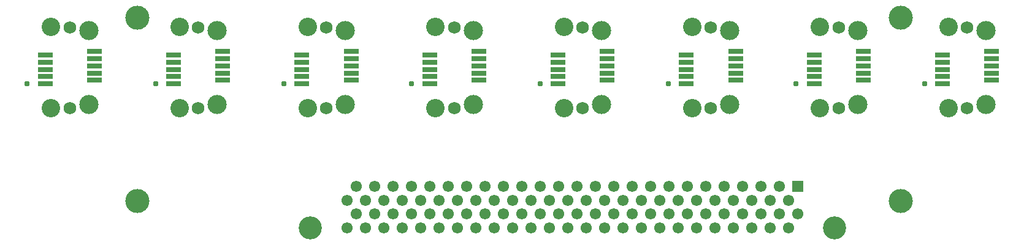
<source format=gts>
%FSLAX25Y25*%
%MOIN*%
G70*
G01*
G75*
G04 Layer_Color=8388736*
%ADD10R,0.07874X0.01969*%
%ADD11C,0.01500*%
%ADD12C,0.06299*%
%ADD13C,0.12500*%
%ADD14C,0.05500*%
%ADD15R,0.05500X0.05500*%
%ADD16C,0.09843*%
%ADD17C,0.09449*%
%ADD18C,0.12000*%
%ADD19C,0.02500*%
%ADD20C,0.01000*%
%ADD21C,0.01378*%
%ADD22R,0.08474X0.02569*%
%ADD23C,0.06899*%
%ADD24C,0.13100*%
%ADD25C,0.06100*%
%ADD26R,0.06100X0.06100*%
%ADD27C,0.10443*%
%ADD28C,0.10049*%
%ADD29C,0.12600*%
%ADD30C,0.03100*%
D22*
X234862Y393984D02*
D03*
Y397921D02*
D03*
Y401858D02*
D03*
Y405795D02*
D03*
Y409732D02*
D03*
X261634Y395953D02*
D03*
X261634Y399890D02*
D03*
Y403827D02*
D03*
Y407764D02*
D03*
Y411701D02*
D03*
X331339D02*
D03*
Y407764D02*
D03*
Y403827D02*
D03*
Y399890D02*
D03*
X331339Y395953D02*
D03*
X304567Y409732D02*
D03*
Y405795D02*
D03*
Y401858D02*
D03*
Y397921D02*
D03*
Y393984D02*
D03*
X374264D02*
D03*
Y397921D02*
D03*
Y401858D02*
D03*
Y405795D02*
D03*
Y409732D02*
D03*
X401035Y395953D02*
D03*
X401035Y399890D02*
D03*
Y403827D02*
D03*
Y407764D02*
D03*
Y411701D02*
D03*
X470634D02*
D03*
Y407764D02*
D03*
Y403827D02*
D03*
Y399890D02*
D03*
X470634Y395953D02*
D03*
X443862Y409732D02*
D03*
Y405795D02*
D03*
Y401858D02*
D03*
Y397921D02*
D03*
Y393984D02*
D03*
X513567D02*
D03*
Y397921D02*
D03*
Y401858D02*
D03*
Y405795D02*
D03*
Y409732D02*
D03*
X540339Y395953D02*
D03*
X540339Y399890D02*
D03*
Y403827D02*
D03*
Y407764D02*
D03*
Y411701D02*
D03*
X610036D02*
D03*
Y407764D02*
D03*
Y403827D02*
D03*
Y399890D02*
D03*
X610036Y395953D02*
D03*
X583264Y409732D02*
D03*
Y405795D02*
D03*
Y401858D02*
D03*
Y397921D02*
D03*
Y393984D02*
D03*
X652862D02*
D03*
Y397921D02*
D03*
Y401858D02*
D03*
Y405795D02*
D03*
Y409732D02*
D03*
X679634Y395953D02*
D03*
X679634Y399890D02*
D03*
Y403827D02*
D03*
Y407764D02*
D03*
Y411701D02*
D03*
X749339D02*
D03*
Y407764D02*
D03*
Y403827D02*
D03*
Y399890D02*
D03*
X749339Y395953D02*
D03*
X722567Y409732D02*
D03*
Y405795D02*
D03*
Y401858D02*
D03*
Y397921D02*
D03*
Y393984D02*
D03*
D23*
X248248Y424890D02*
D03*
Y380795D02*
D03*
X317953D02*
D03*
Y424890D02*
D03*
X387650D02*
D03*
Y380795D02*
D03*
X457248D02*
D03*
Y424890D02*
D03*
X526953D02*
D03*
Y380795D02*
D03*
X596650D02*
D03*
Y424890D02*
D03*
X666248D02*
D03*
Y380795D02*
D03*
X735953D02*
D03*
Y424890D02*
D03*
D24*
X699984Y430038D02*
D03*
Y330038D02*
D03*
X284984D02*
D03*
Y429938D02*
D03*
D25*
X398987Y315500D02*
D03*
X408987D02*
D03*
X418987D02*
D03*
X428987D02*
D03*
X438987D02*
D03*
X403987Y323000D02*
D03*
X413987D02*
D03*
X423987D02*
D03*
X433987D02*
D03*
X443987D02*
D03*
X398987Y330500D02*
D03*
X408987D02*
D03*
X418987D02*
D03*
X428987D02*
D03*
X438987D02*
D03*
X448987D02*
D03*
X403987Y338000D02*
D03*
X413987D02*
D03*
X423987D02*
D03*
X433987D02*
D03*
X643987Y323000D02*
D03*
X633987D02*
D03*
X638987Y315500D02*
D03*
X633987Y338000D02*
D03*
X623987D02*
D03*
X613987D02*
D03*
X603987D02*
D03*
X593987D02*
D03*
X583987D02*
D03*
X573987D02*
D03*
X563987D02*
D03*
X553987D02*
D03*
X543987D02*
D03*
X533987D02*
D03*
X523987D02*
D03*
X513987D02*
D03*
X503987D02*
D03*
X493987D02*
D03*
X483987D02*
D03*
X473987D02*
D03*
X463987D02*
D03*
X453987D02*
D03*
X443987D02*
D03*
X638987Y330500D02*
D03*
X628987D02*
D03*
X618987D02*
D03*
X608987D02*
D03*
X598987D02*
D03*
X588987D02*
D03*
X578987D02*
D03*
X568987D02*
D03*
X558987D02*
D03*
X548987D02*
D03*
X538987D02*
D03*
X528987D02*
D03*
X518987D02*
D03*
X508987D02*
D03*
X498987D02*
D03*
X488987D02*
D03*
X478987D02*
D03*
X468987D02*
D03*
X458987D02*
D03*
X623987Y323000D02*
D03*
X613987D02*
D03*
X603987D02*
D03*
X593987D02*
D03*
X583987D02*
D03*
X573987D02*
D03*
X563987D02*
D03*
X553987D02*
D03*
X543987D02*
D03*
X533987D02*
D03*
X523987D02*
D03*
X513987D02*
D03*
X503987D02*
D03*
X493987D02*
D03*
X483987D02*
D03*
X473987D02*
D03*
X463987D02*
D03*
X453987D02*
D03*
X628987Y315500D02*
D03*
X618987D02*
D03*
X608987D02*
D03*
X598987D02*
D03*
X588987D02*
D03*
X578987D02*
D03*
X568987D02*
D03*
X558987D02*
D03*
X548987D02*
D03*
X538987D02*
D03*
X528987D02*
D03*
X518987D02*
D03*
X508987D02*
D03*
X498987D02*
D03*
X488987D02*
D03*
X478987D02*
D03*
X468987D02*
D03*
X458987D02*
D03*
X448987D02*
D03*
D26*
X643987Y338000D02*
D03*
D27*
X258484Y423118D02*
D03*
Y382567D02*
D03*
X328189D02*
D03*
Y423118D02*
D03*
X397886D02*
D03*
Y382567D02*
D03*
X467484D02*
D03*
Y423118D02*
D03*
X537189D02*
D03*
Y382567D02*
D03*
X606886D02*
D03*
Y423118D02*
D03*
X676484D02*
D03*
Y382567D02*
D03*
X746189D02*
D03*
Y423118D02*
D03*
D28*
X238012Y425087D02*
D03*
Y380598D02*
D03*
X307716D02*
D03*
Y425087D02*
D03*
X377413D02*
D03*
Y380598D02*
D03*
X447012D02*
D03*
Y425087D02*
D03*
X516716D02*
D03*
Y380598D02*
D03*
X586413D02*
D03*
Y425087D02*
D03*
X656012D02*
D03*
Y380598D02*
D03*
X725716D02*
D03*
Y425087D02*
D03*
D29*
X378987Y315550D02*
D03*
X663987D02*
D03*
D30*
X712700Y393900D02*
D03*
X643000Y394000D02*
D03*
X573400Y393900D02*
D03*
X503700Y394000D02*
D03*
X434000D02*
D03*
X364400D02*
D03*
X294700D02*
D03*
X225000D02*
D03*
M02*

</source>
